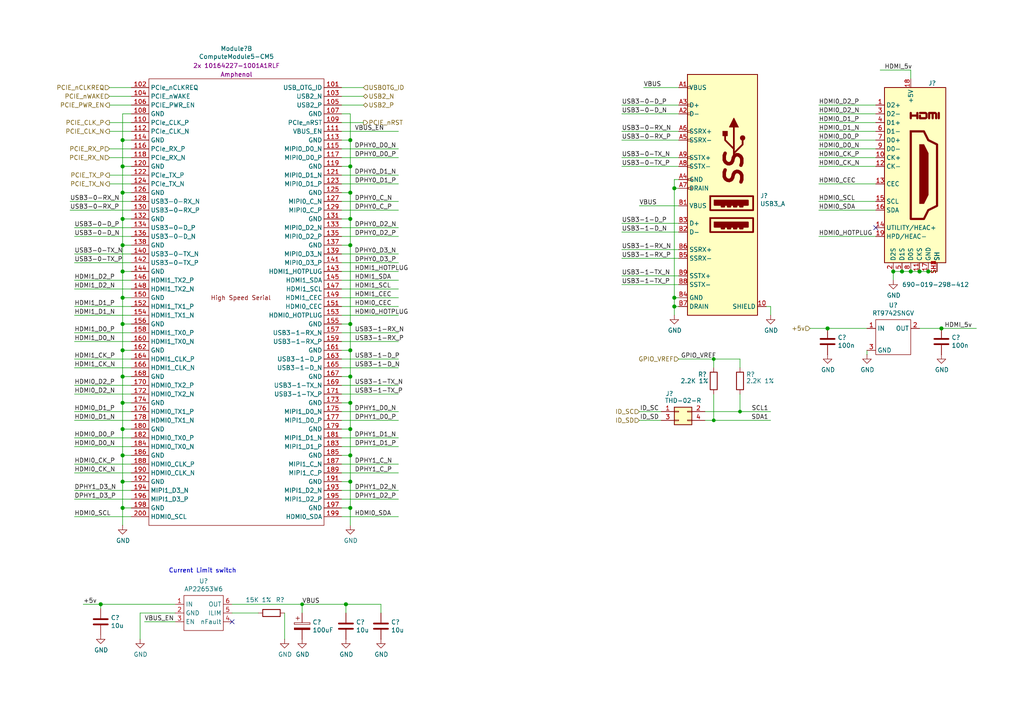
<source format=kicad_sch>
(kicad_sch (version 20250114) (generator "eeschema") (generator_version "9.0")
  (paper "A4")
  (title_block (title "Netherrack Home Server") (rev "1") (comment 1 "Source: raspberrypi.com"))
  (text "Current Limit switch" (at 68.58 166.37 0) (effects (font (size 1.27 1.27)) (justify right bottom)))
  (text "Current Limit switch" (at 68.58 166.37 0) (effects (font (size 1.27 1.27)) (justify right bottom)))
  (junction (at 207.01 104.14))
  (junction (at 35.56 147.32) (diameter 1.016))
  (junction (at 35.56 132.08) (diameter 1.016))
  (junction (at 101.6 132.08) (diameter 1.016))
  (junction (at 35.56 71.12) (diameter 1.016))
  (junction (at 101.6 55.88) (diameter 1.016))
  (junction (at 100.33 175.26) (diameter 1.016))
  (junction (at 195.58 54.61) (diameter 1.016))
  (junction (at 266.7 78.74) (diameter 1.016))
  (junction (at 101.6 147.32) (diameter 1.016))
  (junction (at 35.56 40.64) (diameter 1.016))
  (junction (at 101.6 40.64) (diameter 1.016))
  (junction (at 35.56 55.88) (diameter 1.016))
  (junction (at 101.6 101.6) (diameter 1.016))
  (junction (at 240.03 95.25) (diameter 1.016))
  (junction (at 101.6 124.46) (diameter 1.016))
  (junction (at 269.24 78.74) (diameter 1.016))
  (junction (at 214.63 119.38))
  (junction (at 35.56 78.74) (diameter 1.016))
  (junction (at 101.6 116.84) (diameter 1.016))
  (junction (at 35.56 48.26) (diameter 1.016))
  (junction (at 101.6 63.5) (diameter 1.016))
  (junction (at 259.08 78.74) (diameter 1.016))
  (junction (at 29.21 175.26) (diameter 1.016))
  (junction (at 207.01 121.92))
  (junction (at 101.6 48.26) (diameter 1.016))
  (junction (at 35.56 139.7) (diameter 1.016))
  (junction (at 101.6 139.7) (diameter 1.016))
  (junction (at 101.6 93.98) (diameter 1.016))
  (junction (at 35.56 101.6) (diameter 1.016))
  (junction (at 261.62 78.74) (diameter 1.016))
  (junction (at 195.58 86.36) (diameter 1.016))
  (junction (at 35.56 116.84) (diameter 1.016))
  (junction (at 35.56 86.36) (diameter 1.016))
  (junction (at 101.6 71.12) (diameter 1.016))
  (junction (at 101.6 109.22) (diameter 1.016))
  (junction (at 35.56 63.5) (diameter 1.016))
  (junction (at 273.05 95.25) (diameter 1.016))
  (junction (at 264.16 78.74) (diameter 1.016))
  (junction (at 87.63 175.26))
  (junction (at 35.56 93.98) (diameter 1.016))
  (junction (at 195.58 88.9) (diameter 1.016))
  (junction (at 35.56 124.46) (diameter 1.016))
  (junction (at 35.56 109.22) (diameter 1.016))
  (no_connect (at 67.31 180.34))
  (no_connect (at 254 66.04))
  (wire (pts (xy 180.34 67.31) (xy 196.85 67.31)))
  (wire (pts (xy 99.06 144.78) (xy 115.57 144.78)))
  (wire (pts (xy 21.59 111.76) (xy 38.1 111.76)))
  (wire (pts (xy 21.59 142.24) (xy 38.1 142.24)))
  (wire (pts (xy 261.62 78.74) (xy 264.16 78.74)))
  (wire (pts (xy 24.13 175.26) (xy 29.21 175.26)))
  (wire (pts (xy 99.06 38.1) (xy 115.57 38.1)))
  (wire (pts (xy 35.56 63.5) (xy 35.56 71.12)))
  (wire (pts (xy 35.56 139.7) (xy 35.56 147.32)))
  (wire (pts (xy 196.85 52.07) (xy 195.58 52.07)))
  (wire (pts (xy 67.31 177.8) (xy 74.93 177.8)))
  (wire (pts (xy 35.56 33.02) (xy 35.56 40.64)))
  (wire (pts (xy 35.56 86.36) (xy 35.56 93.98)))
  (wire (pts (xy 237.49 68.58) (xy 254 68.58)))
  (wire (pts (xy 21.59 119.38) (xy 38.1 119.38)))
  (wire (pts (xy 35.56 71.12) (xy 35.56 78.74)))
  (wire (pts (xy 35.56 101.6) (xy 35.56 109.22)))
  (wire (pts (xy 101.6 48.26) (xy 101.6 40.64)))
  (wire (pts (xy 99.06 30.48) (xy 105.41 30.48)))
  (wire (pts (xy 35.56 86.36) (xy 38.1 86.36)))
  (wire (pts (xy 35.56 109.22) (xy 35.56 116.84)))
  (wire (pts (xy 35.56 48.26) (xy 35.56 55.88)))
  (wire (pts (xy 35.56 132.08) (xy 38.1 132.08)))
  (wire (pts (xy 101.6 71.12) (xy 101.6 63.5)))
  (wire (pts (xy 240.03 95.25) (xy 251.46 95.25)))
  (wire (pts (xy 237.49 53.34) (xy 254 53.34)))
  (wire (pts (xy 99.06 119.38) (xy 115.57 119.38)))
  (wire (pts (xy 266.7 78.74) (xy 269.24 78.74)))
  (wire (pts (xy 31.75 38.1) (xy 38.1 38.1)))
  (wire (pts (xy 35.56 109.22) (xy 38.1 109.22)))
  (wire (pts (xy 38.1 147.32) (xy 35.56 147.32)))
  (wire (pts (xy 207.01 104.14) (xy 214.63 104.14)))
  (wire (pts (xy 99.06 101.6) (xy 101.6 101.6)))
  (wire (pts (xy 266.7 95.25) (xy 273.05 95.25)))
  (wire (pts (xy 35.56 55.88) (xy 35.56 63.5)))
  (wire (pts (xy 196.85 104.14) (xy 207.01 104.14)))
  (wire (pts (xy 21.59 114.3) (xy 38.1 114.3)))
  (wire (pts (xy 237.49 60.96) (xy 254 60.96)))
  (wire (pts (xy 207.01 114.3) (xy 207.01 121.92)))
  (wire (pts (xy 31.75 27.94) (xy 38.1 27.94)))
  (wire (pts (xy 180.34 48.26) (xy 196.85 48.26)))
  (wire (pts (xy 99.06 40.64) (xy 101.6 40.64)))
  (wire (pts (xy 21.59 73.66) (xy 38.1 73.66)))
  (wire (pts (xy 21.59 127) (xy 38.1 127)))
  (wire (pts (xy 21.59 66.04) (xy 38.1 66.04)))
  (wire (pts (xy 207.01 104.14) (xy 207.01 106.68)))
  (wire (pts (xy 101.6 124.46) (xy 101.6 132.08)))
  (wire (pts (xy 40.64 177.8) (xy 40.64 185.42)))
  (wire (pts (xy 99.06 149.86) (xy 115.57 149.86)))
  (wire (pts (xy 214.63 104.14) (xy 214.63 106.68)))
  (wire (pts (xy 180.34 74.93) (xy 196.85 74.93)))
  (wire (pts (xy 41.91 180.34) (xy 50.8 180.34)))
  (wire (pts (xy 196.85 54.61) (xy 195.58 54.61)))
  (wire (pts (xy 237.49 43.18) (xy 254 43.18)))
  (wire (pts (xy 101.6 116.84) (xy 101.6 124.46)))
  (wire (pts (xy 99.06 86.36) (xy 115.57 86.36)))
  (wire (pts (xy 21.59 129.54) (xy 38.1 129.54)))
  (wire (pts (xy 204.47 121.92) (xy 207.01 121.92)))
  (wire (pts (xy 99.06 78.74) (xy 115.57 78.74)))
  (wire (pts (xy 21.59 76.2) (xy 38.1 76.2)))
  (wire (pts (xy 101.6 147.32) (xy 101.6 152.4)))
  (wire (pts (xy 99.06 50.8) (xy 115.57 50.8)))
  (wire (pts (xy 100.33 177.8) (xy 100.33 175.26)))
  (wire (pts (xy 38.1 43.18) (xy 31.75 43.18)))
  (wire (pts (xy 99.06 76.2) (xy 115.57 76.2)))
  (wire (pts (xy 273.05 95.25) (xy 283.21 95.25)))
  (wire (pts (xy 31.75 30.48) (xy 38.1 30.48)))
  (wire (pts (xy 99.06 132.08) (xy 101.6 132.08)))
  (wire (pts (xy 259.08 78.74) (xy 259.08 81.28)))
  (wire (pts (xy 31.75 53.34) (xy 38.1 53.34)))
  (wire (pts (xy 237.49 40.64) (xy 254 40.64)))
  (wire (pts (xy 99.06 88.9) (xy 115.57 88.9)))
  (wire (pts (xy 82.55 177.8) (xy 82.55 185.42)))
  (wire (pts (xy 251.46 101.6) (xy 251.46 102.87)))
  (wire (pts (xy 50.8 177.8) (xy 40.64 177.8)))
  (wire (pts (xy 180.34 33.02) (xy 196.85 33.02)))
  (wire (pts (xy 35.56 63.5) (xy 38.1 63.5)))
  (wire (pts (xy 180.34 40.64) (xy 196.85 40.64)))
  (wire (pts (xy 204.47 119.38) (xy 214.63 119.38)))
  (wire (pts (xy 99.06 48.26) (xy 101.6 48.26)))
  (wire (pts (xy 180.34 72.39) (xy 196.85 72.39)))
  (wire (pts (xy 21.59 99.06) (xy 38.1 99.06)))
  (wire (pts (xy 38.1 45.72) (xy 31.75 45.72)))
  (wire (pts (xy 101.6 93.98) (xy 101.6 101.6)))
  (wire (pts (xy 35.56 116.84) (xy 35.56 124.46)))
  (wire (pts (xy 185.42 59.69) (xy 196.85 59.69)))
  (wire (pts (xy 21.59 83.82) (xy 38.1 83.82)))
  (wire (pts (xy 35.56 40.64) (xy 38.1 40.64)))
  (wire (pts (xy 38.1 139.7) (xy 35.56 139.7)))
  (wire (pts (xy 180.34 38.1) (xy 196.85 38.1)))
  (wire (pts (xy 99.06 73.66) (xy 115.57 73.66)))
  (wire (pts (xy 67.31 175.26) (xy 87.63 175.26)))
  (wire (pts (xy 99.06 45.72) (xy 115.57 45.72)))
  (wire (pts (xy 87.63 175.26) (xy 100.33 175.26)))
  (wire (pts (xy 21.59 134.62) (xy 38.1 134.62)))
  (wire (pts (xy 29.21 175.26) (xy 50.8 175.26)))
  (wire (pts (xy 237.49 38.1) (xy 254 38.1)))
  (wire (pts (xy 264.16 78.74) (xy 266.7 78.74)))
  (wire (pts (xy 35.56 124.46) (xy 38.1 124.46)))
  (wire (pts (xy 207.01 121.92) (xy 223.52 121.92)))
  (wire (pts (xy 234.95 95.25) (xy 240.03 95.25)))
  (wire (pts (xy 99.06 68.58) (xy 115.57 68.58)))
  (wire (pts (xy 99.06 55.88) (xy 101.6 55.88)))
  (wire (pts (xy 99.06 58.42) (xy 115.57 58.42)))
  (wire (pts (xy 99.06 116.84) (xy 101.6 116.84)))
  (wire (pts (xy 195.58 88.9) (xy 195.58 91.44)))
  (wire (pts (xy 99.06 93.98) (xy 101.6 93.98)))
  (wire (pts (xy 185.42 119.38) (xy 191.77 119.38)))
  (wire (pts (xy 31.75 35.56) (xy 38.1 35.56)))
  (wire (pts (xy 101.6 139.7) (xy 101.6 147.32)))
  (wire (pts (xy 101.6 55.88) (xy 101.6 48.26)))
  (wire (pts (xy 31.75 25.4) (xy 38.1 25.4)))
  (wire (pts (xy 180.34 80.01) (xy 196.85 80.01)))
  (wire (pts (xy 99.06 134.62) (xy 115.57 134.62)))
  (wire (pts (xy 99.06 91.44) (xy 115.57 91.44)))
  (wire (pts (xy 31.75 50.8) (xy 38.1 50.8)))
  (wire (pts (xy 99.06 66.04) (xy 115.57 66.04)))
  (wire (pts (xy 237.49 30.48) (xy 254 30.48)))
  (wire (pts (xy 21.59 88.9) (xy 38.1 88.9)))
  (wire (pts (xy 101.6 109.22) (xy 101.6 116.84)))
  (wire (pts (xy 222.25 88.9) (xy 223.52 88.9)))
  (wire (pts (xy 196.85 86.36) (xy 195.58 86.36)))
  (wire (pts (xy 99.06 43.18) (xy 115.57 43.18)))
  (wire (pts (xy 38.1 106.68) (xy 21.59 106.68)))
  (wire (pts (xy 35.56 93.98) (xy 38.1 93.98)))
  (wire (pts (xy 35.56 116.84) (xy 38.1 116.84)))
  (wire (pts (xy 99.06 63.5) (xy 101.6 63.5)))
  (wire (pts (xy 38.1 33.02) (xy 35.56 33.02)))
  (wire (pts (xy 21.59 144.78) (xy 38.1 144.78)))
  (wire (pts (xy 99.06 142.24) (xy 115.57 142.24)))
  (wire (pts (xy 264.16 20.32) (xy 264.16 22.86)))
  (wire (pts (xy 100.33 175.26) (xy 110.49 175.26)))
  (wire (pts (xy 35.56 71.12) (xy 38.1 71.12)))
  (wire (pts (xy 35.56 124.46) (xy 35.56 132.08)))
  (wire (pts (xy 99.06 60.96) (xy 115.57 60.96)))
  (wire (pts (xy 99.06 127) (xy 115.57 127)))
  (wire (pts (xy 180.34 30.48) (xy 196.85 30.48)))
  (wire (pts (xy 87.63 175.26) (xy 87.63 177.8)))
  (wire (pts (xy 214.63 119.38) (xy 223.52 119.38)))
  (wire (pts (xy 35.56 101.6) (xy 38.1 101.6)))
  (wire (pts (xy 195.58 86.36) (xy 195.58 88.9)))
  (wire (pts (xy 20.32 60.96) (xy 38.1 60.96)))
  (wire (pts (xy 269.24 78.74) (xy 271.78 78.74)))
  (wire (pts (xy 180.34 45.72) (xy 196.85 45.72)))
  (wire (pts (xy 99.06 124.46) (xy 101.6 124.46)))
  (wire (pts (xy 35.56 55.88) (xy 38.1 55.88)))
  (wire (pts (xy 99.06 96.52) (xy 115.57 96.52)))
  (wire (pts (xy 115.57 99.06) (xy 99.06 99.06)))
  (wire (pts (xy 21.59 96.52) (xy 38.1 96.52)))
  (wire (pts (xy 21.59 149.86) (xy 38.1 149.86)))
  (wire (pts (xy 99.06 109.22) (xy 101.6 109.22)))
  (wire (pts (xy 214.63 114.3) (xy 214.63 119.38)))
  (wire (pts (xy 237.49 45.72) (xy 254 45.72)))
  (wire (pts (xy 99.06 81.28) (xy 115.57 81.28)))
  (wire (pts (xy 99.06 53.34) (xy 115.57 53.34)))
  (wire (pts (xy 259.08 78.74) (xy 261.62 78.74)))
  (wire (pts (xy 21.59 91.44) (xy 38.1 91.44)))
  (wire (pts (xy 255.27 20.32) (xy 264.16 20.32)))
  (wire (pts (xy 35.56 132.08) (xy 35.56 139.7)))
  (wire (pts (xy 99.06 129.54) (xy 115.57 129.54)))
  (wire (pts (xy 99.06 27.94) (xy 105.41 27.94)))
  (wire (pts (xy 20.32 58.42) (xy 38.1 58.42)))
  (wire (pts (xy 101.6 40.64) (xy 101.6 33.02)))
  (wire (pts (xy 196.85 88.9) (xy 195.58 88.9)))
  (wire (pts (xy 185.42 121.92) (xy 191.77 121.92)))
  (wire (pts (xy 195.58 52.07) (xy 195.58 54.61)))
  (wire (pts (xy 101.6 63.5) (xy 101.6 55.88)))
  (wire (pts (xy 99.06 104.14) (xy 115.57 104.14)))
  (wire (pts (xy 21.59 104.14) (xy 38.1 104.14)))
  (wire (pts (xy 237.49 58.42) (xy 254 58.42)))
  (wire (pts (xy 99.06 106.68) (xy 115.57 106.68)))
  (wire (pts (xy 35.56 78.74) (xy 38.1 78.74)))
  (wire (pts (xy 101.6 132.08) (xy 101.6 139.7)))
  (wire (pts (xy 35.56 48.26) (xy 38.1 48.26)))
  (wire (pts (xy 99.06 35.56) (xy 105.41 35.56)))
  (wire (pts (xy 99.06 121.92) (xy 115.57 121.92)))
  (wire (pts (xy 101.6 71.12) (xy 101.6 93.98)))
  (wire (pts (xy 35.56 93.98) (xy 35.56 101.6)))
  (wire (pts (xy 99.06 71.12) (xy 101.6 71.12)))
  (wire (pts (xy 21.59 68.58) (xy 38.1 68.58)))
  (wire (pts (xy 99.06 114.3) (xy 115.57 114.3)))
  (wire (pts (xy 29.21 176.53) (xy 29.21 175.26)))
  (wire (pts (xy 186.69 25.4) (xy 196.85 25.4)))
  (wire (pts (xy 101.6 33.02) (xy 99.06 33.02)))
  (wire (pts (xy 21.59 81.28) (xy 38.1 81.28)))
  (wire (pts (xy 101.6 101.6) (xy 101.6 109.22)))
  (wire (pts (xy 21.59 121.92) (xy 38.1 121.92)))
  (wire (pts (xy 99.06 83.82) (xy 115.57 83.82)))
  (wire (pts (xy 35.56 78.74) (xy 35.56 86.36)))
  (wire (pts (xy 35.56 147.32) (xy 35.56 152.4)))
  (wire (pts (xy 99.06 147.32) (xy 101.6 147.32)))
  (wire (pts (xy 110.49 175.26) (xy 110.49 177.8)))
  (wire (pts (xy 35.56 40.64) (xy 35.56 48.26)))
  (wire (pts (xy 99.06 139.7) (xy 101.6 139.7)))
  (wire (pts (xy 237.49 33.02) (xy 254 33.02)))
  (wire (pts (xy 180.34 64.77) (xy 196.85 64.77)))
  (wire (pts (xy 223.52 88.9) (xy 223.52 91.44)))
  (wire (pts (xy 21.59 137.16) (xy 38.1 137.16)))
  (wire (pts (xy 237.49 35.56) (xy 254 35.56)))
  (wire (pts (xy 237.49 48.26) (xy 254 48.26)))
  (wire (pts (xy 180.34 82.55) (xy 196.85 82.55)))
  (wire (pts (xy 195.58 54.61) (xy 195.58 86.36)))
  (wire (pts (xy 99.06 137.16) (xy 115.57 137.16)))
  (wire (pts (xy 99.06 111.76) (xy 115.57 111.76)))
  (wire (pts (xy 105.41 25.4) (xy 99.06 25.4)))
  (label "HDMI0_D1_N" (at 21.59 121.92 0))
  (label "DPHY1_D3_P" (at 21.59 144.78 0))
  (label "DPHY0_D1_P" (at 114.935 53.34 180))
  (label "USB3-0-TX_N" (at 180.34 45.72 0))
  (label "HDMI1_CEC" (at 102.87 86.36 0))
  (label "HDMI0_CK_N" (at 237.49 48.26 0))
  (label "USB3-1-D_N" (at 102.87 106.68 0))
  (label "USB3-1-D_N" (at 180.34 67.31 0))
  (label "VBUS_EN" (at 102.87 38.1 0))
  (label "HDMI0_D2_N" (at 237.49 33.02 0))
  (label "HDMI0_D1_N" (at 237.49 38.1 0))
  (label "DPHY0_D0_P" (at 114.935 45.72 180))
  (label "HDMI0_D0_P" (at 237.49 40.64 0))
  (label "DPHY1_C_N" (at 102.87 134.62 0))
  (label "USB3-0-RX_P" (at 180.34 40.64 0))
  (label "HDMI1_D1_P" (at 21.59 88.9 0))
  (label "USB3-0-D_N" (at 21.59 68.58 0))
  (label "ID_SC" (at 191.135 119.38 180))
  (label "HDMI0_D2_P" (at 21.59 111.76 0))
  (label "USB3-0-RX_N" (at 180.34 38.1 0))
  (label "DPHY1_D2_N" (at 102.87 142.24 0))
  (label "USB3-0-D_P" (at 180.34 30.48 0))
  (label "ID_SD" (at 191.135 121.92 180))
  (label "USB3-0-TX_N" (at 21.59 73.66 0))
  (label "VBUS_EN" (at 41.91 180.34 0))
  (label "USB3-1-TX_P" (at 102.87 114.3 0))
  (label "+5v" (at 24.13 175.26 0))
  (label "HDMI0_CK_P" (at 21.59 134.62 0))
  (label "USB3-1-RX_P" (at 102.87 99.06 0))
  (label "HDMI1_D0_P" (at 21.59 96.52 0))
  (label "USB3-0-TX_P" (at 21.59 76.2 0))
  (label "DPHY0_D3_P" (at 114.935 76.2 180))
  (label "USB3-0-RX_N" (at 20.32 58.42 0))
  (label "USB3-1-TX_N" (at 102.87 111.76 0))
  (label "HDMI1_D2_N" (at 21.59 83.82 0))
  (label "DPHY0_C_P" (at 102.87 60.96 0))
  (label "DPHY1_C_P" (at 102.87 137.16 0))
  (label "HDMI0_CK_N" (at 21.59 137.16 0))
  (label "HDMI0_CEC" (at 102.87 88.9 0))
  (label "HDMI0_D2_N" (at 21.59 114.3 0))
  (label "HDMI0_D0_N" (at 237.49 43.18 0))
  (label "HDMI1_D0_N" (at 21.59 99.06 0))
  (label "HDMI0_HOTPLUG" (at 237.49 68.58 0))
  (label "USB3-1-RX_P" (at 180.34 74.93 0))
  (label "DPHY1_D1_N" (at 114.935 127 180))
  (label "DPHY0_D2_N" (at 102.87 66.04 0))
  (label "HDMI0_D1_P" (at 21.59 119.38 0))
  (label "DPHY0_D3_N" (at 114.935 73.66 180))
  (label "HDMI0_D0_P" (at 21.59 127 0))
  (label "USB3-1-TX_N" (at 180.34 80.01 0))
  (label "DPHY0_D2_P" (at 102.87 68.58 0))
  (label "HDMI1_D1_N" (at 21.59 91.44 0))
  (label "VBUS" (at 185.42 59.69 0))
  (label "HDMI0_D2_P" (at 237.49 30.48 0))
  (label "DPHY0_D1_N" (at 114.935 50.8 180))
  (label "HDMI1_CK_P" (at 21.59 104.14 0))
  (label "HDMI_5v" (at 281.94 95.25 180))
  (label "USB3-1-RX_N" (at 180.34 72.39 0))
  (label "USB3-1-RX_N" (at 102.87 96.52 0))
  (label "HDMI1_HOTPLUG" (at 102.87 78.74 0))
  (label "VBUS" (at 87.63 175.26 0))
  (label "HDMI1_SCL" (at 102.87 83.82 0))
  (label "USB3-0-D_P" (at 21.59 66.04 0))
  (label "VBUS" (at 186.69 25.4 0))
  (label "HDMI0_SCL" (at 21.59 149.86 0))
  (label "DPHY1_D0_N" (at 114.935 119.38 180))
  (label "DPHY1_D0_P" (at 114.935 121.92 180))
  (label "HDMI0_CK_P" (at 237.49 45.72 0))
  (label "DPHY1_D2_P" (at 102.87 144.78 0))
  (label "USB3-0-RX_P" (at 20.32 60.96 0))
  (label "DPHY1_D1_P" (at 114.935 129.54 180))
  (label "HDMI1_D2_P" (at 21.59 81.28 0))
  (label "HDMI0_HOTPLUG" (at 102.87 91.44 0))
  (label "HDMI0_CEC" (at 237.49 53.34 0))
  (label "DPHY0_D0_N" (at 114.935 43.18 180))
  (label "HDMI0_SDA" (at 237.49 60.96 0))
  (label "HDMI0_D1_P" (at 237.49 35.56 0))
  (label "USB3-1-D_P" (at 180.34 64.77 0))
  (label "USB3-0-D_N" (at 180.34 33.02 0))
  (label "SCL1" (at 222.885 119.38 180))
  (label "SDA1" (at 222.885 121.92 180))
  (label "HDMI0_SCL" (at 237.49 58.42 0))
  (label "HDMI0_D0_N" (at 21.59 129.54 0))
  (label "GPIO_VREF" (at 197.485 104.14 0))
  (label "HDMI0_SDA" (at 102.87 149.86 0))
  (label "HDMI_5v" (at 256.54 20.32 0))
  (label "HDMI1_CK_N" (at 21.59 106.68 0))
  (label "DPHY0_C_N" (at 102.87 58.42 0))
  (label "DPHY1_D3_N" (at 21.59 142.24 0))
  (label "USB3-0-TX_P" (at 180.34 48.26 0))
  (label "USB3-1-D_P" (at 102.87 104.14 0))
  (label "USB3-1-TX_P" (at 180.34 82.55 0))
  (label "HDMI1_SDA" (at 102.87 81.28 0))
  (hierarchical_label "USBOTG_ID" (shape input) (at 105.41 25.4 0))
  (hierarchical_label "PCIE_PWR_EN" (shape output) (at 31.75 30.48 180))
  (hierarchical_label "PCIE_CLK_P" (shape output) (at 31.75 35.56 180))
  (hierarchical_label "PCIE_RX_N" (shape input) (at 31.75 45.72 180))
  (hierarchical_label "+5v" (shape input) (at 234.95 95.25 180))
  (hierarchical_label "PCIE_nCLKREQ" (shape input) (at 31.75 25.4 180))
  (hierarchical_label "ID_SC" (shape input) (at 185.42 119.38 180))
  (hierarchical_label "PCIE_RX_P" (shape input) (at 31.75 43.18 180))
  (hierarchical_label "GPIO_VREF" (shape input) (at 196.85 104.14 180))
  (hierarchical_label "USB2_P" (shape bidirectional) (at 105.41 30.48 0))
  (hierarchical_label "USB2_N" (shape bidirectional) (at 105.41 27.94 0))
  (hierarchical_label "PCIE_TX_P" (shape output) (at 31.75 50.8 180))
  (hierarchical_label "ID_SD" (shape input) (at 185.42 121.92 180))
  (hierarchical_label "PCIE_nWAKE" (shape input) (at 31.75 27.94 180))
  (hierarchical_label "PCIE_CLK_N" (shape output) (at 31.75 38.1 180))
  (hierarchical_label "PCIE_nRST" (shape output) (at 105.41 35.56 0))
  (hierarchical_label "PCIE_TX_N" (shape output) (at 31.75 53.34 180))
  (symbol (lib_id "power:GND") (at 259.08 81.28 0) (unit 1)
    (property "Reference" "#PWR?" (effects (hide yes)))
    (property "Value" "GND" (at 259.207 85.6742 0))
    (property "Description" "Power symbol creates a global label with name \"GND\" , ground" (effects (hide yes)))
  )
  (symbol (lib_id "power:GND") (at 101.6 152.4 0) (unit 1)
    (property "Reference" "#PWR?" (effects (hide yes)))
    (property "Value" "GND" (at 101.727 156.7942 0))
    (property "Description" "Power symbol creates a global label with name \"GND\" , ground" (effects (hide yes)))
  )
  (symbol (lib_id "power:GND") (at 35.56 152.4 0) (unit 1)
    (property "Reference" "#PWR?" (effects (hide yes)))
    (property "Value" "GND" (at 35.687 156.7942 0))
    (property "Description" "Power symbol creates a global label with name \"GND\" , ground" (effects (hide yes)))
  )
  (symbol (lib_id "Device:R") (at 207.01 110.49 0) (unit 1)
    (property "Reference" "R?" (at 202.438 108.585 0) (effects (justify left)))
    (property "Value" "2.2K 1%" (at 197.358 110.49 0) (effects (justify left)))
    (property "Footprint" "Resistor_SMD:R_0402_1005Metric" (effects (hide yes)))
    (property "Datasheet" "https://fscdn.rohm.com/en/products/databook/datasheet/passive/resistor/chip_resistor/mcr-e.pdf" (effects (hide yes)))
    (property "Field4" "Farnell" (effects (hide yes)))
    (property "Part Description" "Resistor 2.2K M1005 1% 63mW" (effects (hide yes)))
  )
  (symbol (lib_id "Device:R") (at 214.63 110.49 0) (unit 1)
    (property "Reference" "R?" (at 216.408 108.585 0) (effects (justify left)))
    (property "Value" "2.2K 1%" (at 216.408 110.49 0) (effects (justify left)))
    (property "Footprint" "Resistor_SMD:R_0402_1005Metric" (effects (hide yes)))
    (property "Datasheet" "https://fscdn.rohm.com/en/products/databook/datasheet/passive/resistor/chip_resistor/mcr-e.pdf" (effects (hide yes)))
    (property "Field4" "Farnell" (effects (hide yes)))
    (property "Part Description" "Resistor 2.2K M1005 1% 63mW" (effects (hide yes)))
  )
  (symbol (lib_id "CM5IO:HDMI_A_1.4") (at 264.16 50.8 0) (unit 1)
    (property "Reference" "J?" (at 269.24 24.13 0) (effects (justify left)))
    (property "Value" "690-019-298-412" (at 261.62 82.55 0) (effects (justify left)))
    (property "Footprint" "CM5IO:EDAC 690-019-298-412" (effects (hide yes)))
    (property "Datasheet" "https://www.tme.eu/Document/f15dffbcfad8545e17826f72d36911c8/206A-SEAN-R03.pdf" (effects (hide yes)))
    (property "Field4" "Farnell" (effects (hide yes)))
    (property "Field5" "2614936" (effects (hide yes)))
    (property "Field6" "690-019-298-412" (effects (hide yes)))
    (property "Field7" "EDAC" (effects (hide yes)))
    (property "Part Description" "HDMI Connector, Right Angle, 19 Contacts, Receptacle, Surface Mount, Surface Mount Right Angle" (effects (hide yes)))
    (property "Field8" "UCON00802" (effects (hide yes)))
  )
  (symbol (lib_id "Device:C") (at 273.05 99.06 0) (unit 1)
    (property "Reference" "C?" (at 275.971 97.8916 0) (effects (justify left)))
    (property "Value" "100n" (at 275.971 100.203 0) (effects (justify left)))
    (property "Footprint" "Capacitor_SMD:C_0402_1005Metric" (effects (hide yes)))
    (property "Datasheet" "https://search.murata.co.jp/Ceramy/image/img/A01X/G101/ENG/GRM155R71C104KA88-01.pdf" (effects (hide yes)))
    (property "Field4" "Farnell" (effects (hide yes)))
    (property "Field5" "2611911" (effects (hide yes)))
    (property "Field6" "RM EMK105 B7104KV-F" (effects (hide yes)))
    (property "Field7" "TAIYO YUDEN EUROPE GMBH" (effects (hide yes)))
    (property "Part Description" "	0.1uF 10% 16V Ceramic Capacitor X7R 0402 (1005 Metric)" (effects (hide yes)))
    (property "Field8" "110091611" (effects (hide yes)))
  )
  (symbol (lib_id "Device:C") (at 240.03 99.06 0) (unit 1)
    (property "Reference" "C?" (at 242.951 97.8916 0) (effects (justify left)))
    (property "Value" "100n" (at 242.951 100.203 0) (effects (justify left)))
    (property "Footprint" "Capacitor_SMD:C_0402_1005Metric" (effects (hide yes)))
    (property "Datasheet" "https://search.murata.co.jp/Ceramy/image/img/A01X/G101/ENG/GRM155R71C104KA88-01.pdf" (effects (hide yes)))
    (property "Field4" "Farnell" (effects (hide yes)))
    (property "Field5" "2611911" (effects (hide yes)))
    (property "Field6" "RM EMK105 B7104KV-F" (effects (hide yes)))
    (property "Field7" "TAIYO YUDEN EUROPE GMBH" (effects (hide yes)))
    (property "Part Description" "	0.1uF 10% 16V Ceramic Capacitor X7R 0402 (1005 Metric)" (effects (hide yes)))
    (property "Field8" "110091611" (effects (hide yes)))
  )
  (symbol (lib_id "CM5IO:RT9742SNGV") (at 256.54 99.06 0) (unit 1)
    (property "Reference" "U?" (at 259.08 88.519 0))
    (property "Value" "RT9742SNGV" (at 259.08 90.8304 0))
    (property "Footprint" "Package_TO_SOT_SMD:TSOT-23_HandSoldering" (effects (hide yes)))
    (property "Datasheet" "https://www.richtek.com/assets/product_file/RT9742/DS9742-10.pdf" (effects (hide yes)))
    (property "Field4" "Farnell" (effects (hide yes)))
    (property "Field5" "2575555" (effects (hide yes)))
    (property "Field6" "RT9742SNGV" (effects (hide yes)))
    (property "Field7" "RichTek" (effects (hide yes)))
    (property "Part Description" "Power Switch/Driver 1:1 N-Channel 500mA SOT-23-3" (effects (hide yes)))
    (property "Field8" "USWI00155" (effects (hide yes)))
  )
  (symbol (lib_id "power:GND") (at 273.05 102.87 0) (unit 1)
    (property "Reference" "#PWR?" (effects (hide yes)))
    (property "Value" "GND" (at 273.177 107.2642 0))
    (property "Description" "Power symbol creates a global label with name \"GND\" , ground" (effects (hide yes)))
  )
  (symbol (lib_id "power:GND") (at 240.03 102.87 0) (unit 1)
    (property "Reference" "#PWR?" (effects (hide yes)))
    (property "Value" "GND" (at 240.157 107.2642 0))
    (property "Description" "Power symbol creates a global label with name \"GND\" , ground" (effects (hide yes)))
  )
  (symbol (lib_id "power:GND") (at 251.46 102.87 0) (unit 1)
    (property "Reference" "#PWR?" (effects (hide yes)))
    (property "Value" "GND" (at 251.587 107.2642 0))
    (property "Description" "Power symbol creates a global label with name \"GND\" , ground" (effects (hide yes)))
  )
  (symbol (lib_id "CM5IO:ComputeModule5-CM5") (at -71.12 86.36 0) (unit 2)
    (property "Reference" "Module?" (at 68.58 14.097 0))
    (property "Value" "ComputeModule5-CM5" (at 68.58 16.4084 0))
    (property "Footprint" "CM5IO:Raspberry-Pi-5-Compute-Module" (effects (hide yes)))
    (property "Description" "RaspberryPi Compute module 5" (effects (hide yes)))
    (property "Field4" "Amphenol" (at 68.58 21.59 0))
    (property "Field5" "2x 10164227-1001A1RLF" (at 68.58 19.05 0))
    (property "Field6" "2x 10164227-1001A1RLF" (effects (hide yes)))
    (property "Field7" "Hirose" (effects (hide yes)))
    (property "Part Description" "	100 Position Connector Receptacle, Center Strip Contacts Surface Mount Gold" (effects (hide yes)))
  )
  (symbol (lib_id "Connector_Generic:Conn_02x02_Odd_Even") (at 196.85 119.38 0) (unit 1)
    (property "Reference" "J?" (at 194.183 114.173 0))
    (property "Value" "THD-02-R" (at 198.12 116.1796 0))
    (property "Footprint" "Connector_PinHeader_2.54mm:PinHeader_2x02_P2.54mm_Vertical" (effects (hide yes)))
    (property "Datasheet" "https://www.toby.co.uk/uploads/publications/1673.pdf" (effects (hide yes)))
    (property "Field4" "Toby" (effects (hide yes)))
    (property "Field5" "THD-02-R" (effects (hide yes)))
    (property "Field6" "151-604-425-761" (effects (hide yes)))
    (property "Field7" "EDAC" (effects (hide yes)))
    (property "Field8" "UCON00791" (effects (hide yes)))
    (property "Part Description" "PinHeader_2x02_P2.54mm_Vertical" (effects (hide yes)))
  )
  (symbol (lib_id "power:GND") (at 29.21 184.15 0) (unit 1)
    (property "Reference" "#PWR?" (effects (hide yes)))
    (property "Value" "GND" (at 29.337 188.5442 0))
    (property "Description" "Power symbol creates a global label with name \"GND\" , ground" (effects (hide yes)))
  )
  (symbol (lib_id "Device:C") (at 100.33 181.61 0) (unit 1)
    (property "Reference" "C?" (at 103.251 180.4416 0) (effects (justify left)))
    (property "Value" "10u" (at 103.251 182.753 0) (effects (justify left)))
    (property "Footprint" "Capacitor_SMD:C_0402_1005Metric" (effects (hide yes)))
    (property "Datasheet" "https://search.murata.co.jp/Ceramy/image/img/A01X/G101/ENG/GRM21BR71A106KA73-01.pdf" (effects (hide yes)))
    (property "Field5" "490-14381-1-ND" (effects (hide yes)))
    (property "Field4" "Digikey" (effects (hide yes)))
    (property "Field6" "GRM21BR71A106KA73L" (effects (hide yes)))
    (property "Field7" "Murata" (effects (hide yes)))
    (property "Part Description" "	10uF 10% 10V Ceramic Capacitor X7R 0805 (2012 Metric)" (effects (hide yes)))
    (property "Field8" "111893011" (effects (hide yes)))
  )
  (symbol (lib_id "power:GND") (at 195.58 91.44 0) (unit 1)
    (property "Reference" "#PWR?" (effects (hide yes)))
    (property "Value" "GND" (at 195.707 95.8342 0))
    (property "Description" "Power symbol creates a global label with name \"GND\" , ground" (effects (hide yes)))
  )
  (symbol (lib_id "Device:C_Polarized") (at 87.63 181.61 0) (unit 1)
    (property "Reference" "C?" (at 90.6272 180.467 0) (effects (justify left)))
    (property "Value" "100uF" (at 90.6272 182.753 0) (effects (justify left)))
    (property "Footprint" "Capacitor_Tantalum_SMD:CP_EIA-7343-31_Kemet-D" (effects (hide yes)))
    (property "Field4" "Mouser" (effects (hide yes)))
    (property "Field5" "667-EEF-CX0J101R" (effects (hide yes)))
    (property "Part Description" "Capacitor, SP-Cap, 100u, 6.3V, 15mR ESR" (effects (hide yes)))
    (property "Field7" "Panasonic" (effects (hide yes)))
  )
  (symbol (lib_id "power:GND") (at 87.63 185.42 0) (unit 1)
    (property "Reference" "#PWR?" (effects (hide yes)))
    (property "Value" "GND" (at 87.757 189.8142 0))
    (property "Description" "Power symbol creates a global label with name \"GND\" , ground" (effects (hide yes)))
  )
  (symbol (lib_id "Device:R") (at 78.74 177.8 90) (unit 1)
    (property "Reference" "R?" (at 82.55 173.99 90) (effects (justify left)))
    (property "Value" "15K 1%" (at 78.74 173.99 90) (effects (justify left)))
    (property "Footprint" "Resistor_SMD:R_0402_1005Metric" (effects (hide yes)))
    (property "Datasheet" "https://fscdn.rohm.com/en/products/databook/datasheet/passive/resistor/chip_resistor/mcr-e.pdf" (effects (hide yes)))
    (property "Field4" "Farnell" (effects (hide yes)))
    (property "Field5" "9239375" (effects (hide yes)))
    (property "Field6" "MCR01MZPF1502" (effects (hide yes)))
    (property "Field7" "Rohm" (effects (hide yes)))
    (property "Part Description" "Resistor 15K M1005 1% 63mW" (effects (hide yes)))
    (property "Field8" "120891581" (effects (hide yes)))
  )
  (symbol (lib_id "power:GND") (at 110.49 185.42 0) (unit 1)
    (property "Reference" "#PWR?" (effects (hide yes)))
    (property "Value" "GND" (at 110.617 189.8142 0))
    (property "Description" "Power symbol creates a global label with name \"GND\" , ground" (effects (hide yes)))
  )
  (symbol (lib_id "power:GND") (at 82.55 185.42 0) (unit 1)
    (property "Reference" "#PWR?" (effects (hide yes)))
    (property "Value" "GND" (at 82.677 189.8142 0))
    (property "Description" "Power symbol creates a global label with name \"GND\" , ground" (effects (hide yes)))
  )
  (symbol (lib_id "Device:C") (at 110.49 181.61 0) (unit 1)
    (property "Reference" "C?" (at 113.411 180.4416 0) (effects (justify left)))
    (property "Value" "10u" (at 113.411 182.753 0) (effects (justify left)))
    (property "Footprint" "Capacitor_SMD:C_0402_1005Metric" (effects (hide yes)))
    (property "Datasheet" "https://search.murata.co.jp/Ceramy/image/img/A01X/G101/ENG/GRM21BR71A106KA73-01.pdf" (effects (hide yes)))
    (property "Field5" "490-14381-1-ND" (effects (hide yes)))
    (property "Field4" "Digikey" (effects (hide yes)))
    (property "Field6" "GRM21BR71A106KA73L" (effects (hide yes)))
    (property "Field7" "Murata" (effects (hide yes)))
    (property "Part Description" "	10uF 10% 10V Ceramic Capacitor X7R 0805 (2012 Metric)" (effects (hide yes)))
    (property "Field8" "111893011" (effects (hide yes)))
  )
  (symbol (lib_id "CM5IO:AP2553W6") (at 59.69 177.8 0) (unit 1)
    (property "Reference" "U?" (at 59.055 168.529 0))
    (property "Value" "AP22653W6" (at 59.055 170.8404 0))
    (property "Footprint" "Package_TO_SOT_SMD:SOT-23-6" (effects (hide yes)))
    (property "Datasheet" "https://www.diodes.com/assets/Datasheets/AP255x.pdf" (effects (hide yes)))
    (property "Field4" "Digikey" (effects (hide yes)))
    (property "Field5" "	31-AP22653W6-7CT-ND" (effects (hide yes)))
    (property "Field6" "AP22653W6" (effects (hide yes)))
    (property "Field7" "Diodes" (effects (hide yes)))
    (property "Part Description" "	Power Switch/Driver 1:1 P-Channel 2.1A SOT-23-6" (effects (hide yes)))
  )
  (symbol (lib_id "CM5IO:USB3_A") (at 208.28 52.07 0) (unit 1)
    (property "Reference" "J?" (at 220.472 56.7944 0) (effects (justify left)))
    (property "Value" "USB3_A" (at 220.472 59.1058 0) (effects (justify left)))
    (property "Footprint" "CM5IO:MTCONN_UBAF30-D2011" (effects (hide yes)))
    (property "Field6" "UBAF30-D2011" (effects (hide yes)))
    (property "Field7" "Mtconn" (effects (hide yes)))
    (property "Field5" "UBAF30-D2011" (effects (hide yes)))
    (property "Part Description" "Dual USB 3 connector" (effects (hide yes)))
  )
  (symbol (lib_id "power:GND") (at 40.64 185.42 0) (unit 1)
    (property "Reference" "#PWR?" (effects (hide yes)))
    (property "Value" "GND" (at 40.767 189.8142 0))
    (property "Description" "Power symbol creates a global label with name \"GND\" , ground" (effects (hide yes)))
  )
  (symbol (lib_id "power:GND") (at 223.52 91.44 0) (unit 1)
    (property "Reference" "#PWR?" (effects (hide yes)))
    (property "Value" "GND" (at 223.647 95.8342 0))
    (property "Description" "Power symbol creates a global label with name \"GND\" , ground" (effects (hide yes)))
  )
  (symbol (lib_id "power:GND") (at 100.33 185.42 0) (unit 1)
    (property "Reference" "#PWR?" (effects (hide yes)))
    (property "Value" "GND" (at 100.457 189.8142 0))
    (property "Description" "Power symbol creates a global label with name \"GND\" , ground" (effects (hide yes)))
  )
  (symbol (lib_id "Device:C") (at 29.21 180.34 0) (unit 1)
    (property "Reference" "C?" (at 32.131 179.1716 0) (effects (justify left)))
    (property "Value" "10u" (at 32.131 181.483 0) (effects (justify left)))
    (property "Footprint" "Capacitor_SMD:C_0402_1005Metric" (effects (hide yes)))
    (property "Datasheet" "https://search.murata.co.jp/Ceramy/image/img/A01X/G101/ENG/GRM21BR71A106KA73-01.pdf" (effects (hide yes)))
    (property "Field5" "490-14381-1-ND" (effects (hide yes)))
    (property "Field4" "Digikey" (effects (hide yes)))
    (property "Field6" "GRM21BR71A106KA73L" (effects (hide yes)))
    (property "Field7" "Murata" (effects (hide yes)))
    (property "Part Description" "	10uF 10% 10V Ceramic Capacitor X7R 0805 (2012 Metric)" (effects (hide yes)))
    (property "Field8" "111893011" (effects (hide yes)))
  )
)
</source>
